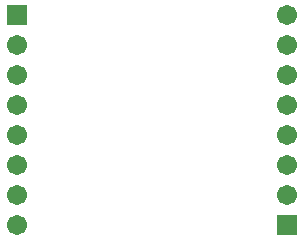
<source format=gbs>
G04 Layer_Color=16711935*
%FSLAX25Y25*%
%MOIN*%
G70*
G01*
G75*
%ADD21R,0.06706X0.06706*%
%ADD22C,0.06706*%
D21*
X95000Y5000D02*
D03*
X5000Y75000D02*
D03*
D22*
X95000Y15000D02*
D03*
Y25000D02*
D03*
Y35000D02*
D03*
Y45000D02*
D03*
Y55000D02*
D03*
Y65000D02*
D03*
Y75000D02*
D03*
X5000Y65000D02*
D03*
Y55000D02*
D03*
Y45000D02*
D03*
Y35000D02*
D03*
Y25000D02*
D03*
Y15000D02*
D03*
Y5000D02*
D03*
M02*

</source>
